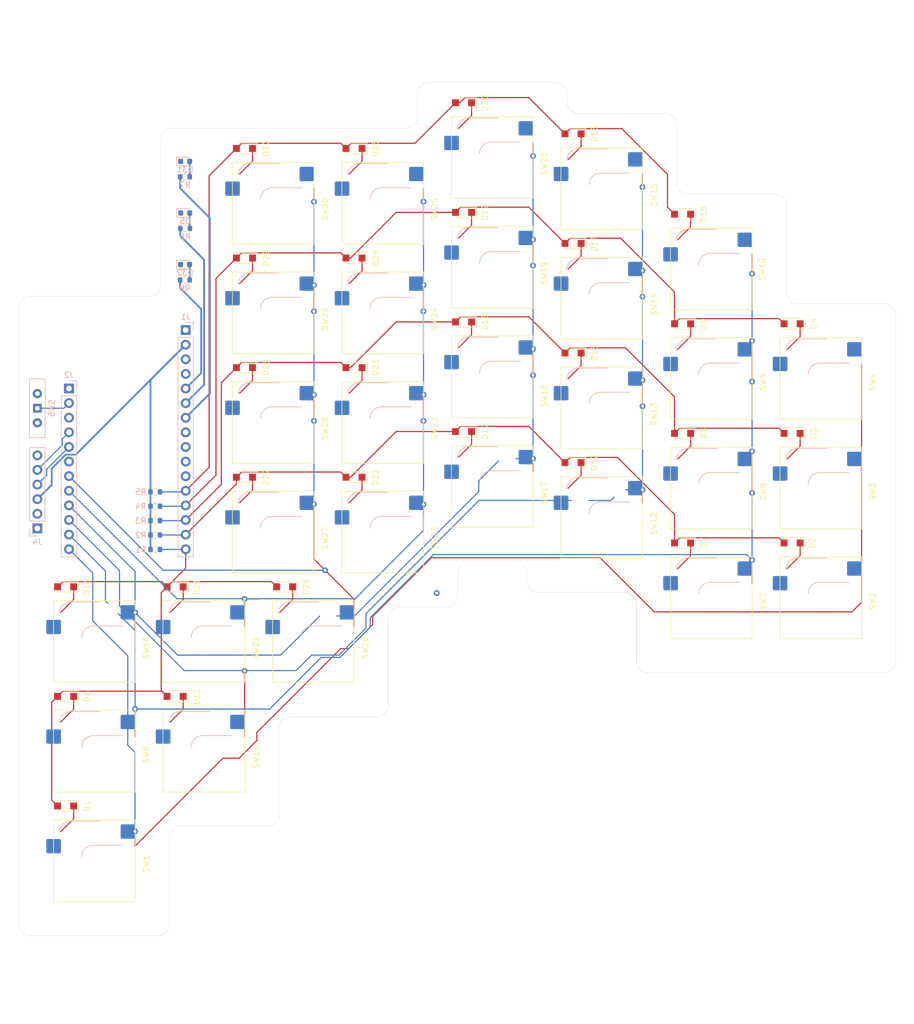
<source format=kicad_pcb>
(kicad_pcb (version 20240108) (generator "pcbnew") (generator_version "8.0")
  (layers (0 "F.Cu" signal) (31 "B.Cu" signal) (34 "B.Paste" user) (35 "F.Paste" user) (36 "B.SilkS" user "B.Silkscreen") (37 "F.SilkS" user "F.Silkscreen") (38 "B.Mask" user) (39 "F.Mask" user) (44 "Edge.Cuts" user))
  (net 0 "")
  (net 1 "/Row_0")
  (net 2 "Net-(D1-K)")
  (net 3 "/Row_1")
  (net 4 "Net-(D2-K)")
  (net 5 "/Row_2")
  (net 6 "Net-(D3-K)")
  (net 7 "/Row_3")
  (net 8 "Net-(D4-K)")
  (net 9 "/Row_4")
  (net 10 "Net-(D6-K)")
  (net 11 "Net-(D7-K)")
  (net 12 "Net-(D8-K)")
  (net 13 "Net-(D9-K)")
  (net 14 "Net-(D10-K)")
  (net 15 "Net-(D11-K)")
  (net 16 "Net-(D12-K)")
  (net 17 "Net-(D13-K)")
  (net 18 "Net-(D14-K)")
  (net 19 "Net-(D15-K)")
  (net 20 "Net-(D16-K)")
  (net 21 "Net-(D17-K)")
  (net 22 "Net-(D18-K)")
  (net 23 "Net-(D19-K)")
  (net 24 "Net-(D20-K)")
  (net 25 "Net-(D21-K)")
  (net 26 "Net-(D22-K)")
  (net 27 "Net-(D23-K)")
  (net 28 "Net-(D24-K)")
  (net 29 "Net-(D25-K)")
  (net 30 "Net-(D26-K)")
  (net 31 "Net-(D27-K)")
  (net 32 "Net-(D28-K)")
  (net 33 "Net-(D29-K)")
  (net 34 "Net-(D30-K)")
  (net 35 "/Col_3")
  (net 36 "/Col_1")
  (net 37 "/Col_5")
  (net 38 "/Col_4")
  (net 39 "/Col_0")
  (net 40 "/Col_2")
  (net 42 "Net-(D5-A)")
  (net 43 "GNDREF")
  (net 44 "Net-(D31-A)")
  (net 45 "+3.3V")
  (net 47 "Net-(D32-A)")
  (net 48 "/RED_LED")
  (net 49 "/GREEN_LED")
  (net 51 "/BLUE_LED")
  (net 54 "/UART_TX")
  (net 56 "/EN")
  (net 57 "/UART_RX")
  (footprint "Diode_SMD:Nexperia_CFP3_SOD-123W" (layer "F.Cu") (at 215.725 112.38 180)
    (property "Reference" "D7")
    (property "Value" "D" (hide yes))
  )
  (footprint "PCM_Switch_Keyboard_Hotswap_Kailh:SW_Hotswap_Kailh_MX_1.00u" (layer "F.Cu") (at 239.775 102.855)
    (property "Reference" "SW3")
    (property "Value" "SW_Push" (hide yes))
  )
  (footprint "Diode_SMD:Nexperia_CFP3_SOD-123W" (layer "F.Cu") (at 177.625 54.9125 180)
    (property "Reference" "D19")
    (property "Value" "D" (hide yes))
  )
  (footprint "PCM_Switch_Keyboard_Hotswap_Kailh:SW_Hotswap_Kailh_MX_1.00u" (layer "F.Cu") (at 144.525 91.425)
    (property "Reference" "SW28")
    (property "Value" "SW_Push" (hide yes))
  )
  (footprint "Diode_SMD:Nexperia_CFP3_SOD-123W" (layer "F.Cu") (at 196.675 41.26 180)
    (property "Reference" "D15")
    (property "Value" "D" (hide yes))
  )
  (footprint "PCM_Switch_Keyboard_Hotswap_Kailh:SW_Hotswap_Kailh_MX_1.00u" (layer "F.Cu") (at 220.725 83.805)
    (property "Reference" "SW9")
    (property "Value" "SW_Push" (hide yes))
  )
  (footprint "Diode_SMD:Nexperia_CFP3_SOD-123W" (layer "F.Cu") (at 177.625 93.0125 180)
    (property "Reference" "D17")
    (property "Value" "D" (hide yes))
  )
  (footprint "Diode_SMD:Nexperia_CFP3_SOD-123W" (layer "F.Cu") (at 158.575 62.85 180)
    (property "Reference" "D24")
    (property "Value" "D" (hide yes))
  )
  (footprint "Diode_SMD:Nexperia_CFP3_SOD-123W" (layer "F.Cu") (at 158.575 43.8 180)
    (property "Reference" "D25")
    (property "Value" "D" (hide yes))
  )
  (footprint "PCM_Switch_Keyboard_Hotswap_Kailh:SW_Hotswap_Kailh_MX_1.00u" (layer "F.Cu") (at 144.525 110.475)
    (property "Reference" "SW27")
    (property "Value" "SW_Push" (hide yes))
  )
  (footprint "PCM_Switch_Keyboard_Hotswap_Kailh:SW_Hotswap_Kailh_MX_1.00u" (layer "F.Cu") (at 151.51 129.525)
    (property "Reference" "SW26")
    (property "Value" "SW_Push" (hide yes))
  )
  (footprint "Diode_SMD:Nexperia_CFP3_SOD-123W" (layer "F.Cu") (at 215.725 74.28 180)
    (property "Reference" "D9")
    (property "Value" "D" (hide yes))
  )
  (footprint "Diode_SMD:Nexperia_CFP3_SOD-123W" (layer "F.Cu") (at 215.725 55.23 180)
    (property "Reference" "D10")
    (property "Value" "D" (hide yes))
  )
  (footprint "Diode_SMD:Nexperia_CFP3_SOD-123W" (layer "F.Cu") (at 196.675 98.41 180)
    (property "Reference" "D12")
    (property "Value" "D" (hide yes))
  )
  (footprint "PCM_Switch_Keyboard_Hotswap_Kailh:SW_Hotswap_Kailh_MX_1.00u" (layer "F.Cu") (at 182.625 83.4875)
    (property "Reference" "SW18")
    (property "Value" "SW_Push" (hide yes))
  )
  (footprint "PCM_Switch_Keyboard_Hotswap_Kailh:SW_Hotswap_Kailh_MX_1.00u" (layer "F.Cu") (at 163.575 110.475)
    (property "Reference" "SW22")
    (property "Value" "SW_Push" (hide yes))
  )
  (footprint "Diode_SMD:Nexperia_CFP3_SOD-123W" (layer "F.Cu") (at 234.775 93.33 180)
    (property "Reference" "D3")
    (property "Value" "D" (hide yes))
  )
  (footprint "PCM_Switch_Keyboard_Hotswap_Kailh:SW_Hotswap_Kailh_MX_1.00u" (layer "F.Cu") (at 201.675 107.935)
    (property "Reference" "SW12")
    (property "Value" "SW_Push" (hide yes))
  )
  (footprint "Diode_SMD:Nexperia_CFP3_SOD-123W" (layer "F.Cu") (at 108.41 120 180)
    (property "Reference" "D16")
    (property "Value" "D" (hide yes))
  )
  (footprint "PCM_Switch_Keyboard_Hotswap_Kailh:SW_Hotswap_Kailh_MX_1.00u" (layer "F.Cu") (at 163.575 72.375)
    (property "Reference" "SW24")
    (property "Value" "SW_Push" (hide yes))
  )
  (footprint "Diode_SMD:Nexperia_CFP3_SOD-123W" (layer "F.Cu") (at 139.525 100.95 180)
    (property "Reference" "D27")
    (property "Value" "D" (hide yes))
  )
  (footprint "PCM_Switch_Keyboard_Hotswap_Kailh:SW_Hotswap_Kailh_MX_1.00u" (layer "F.Cu") (at 201.675 88.885)
    (property "Reference" "SW13")
    (property "Value" "SW_Push" (hide yes))
  )
  (footprint "Diode_SMD:Nexperia_CFP3_SOD-123W" (layer "F.Cu") (at 196.675 79.36 180)
    (property "Reference" "D13")
    (property "Value" "D" (hide yes))
  )
  (footprint "PCM_Switch_Keyboard_Hotswap_Kailh:SW_Hotswap_Kailh_MX_1.00u" (layer "F.Cu") (at 182.625 45.3875)
    (property "Reference" "SW20")
    (property "Value" "SW_Push" (hide yes))
  )
  (footprint "Diode_SMD:Nexperia_CFP3_SOD-123W" (layer "F.Cu") (at 139.525 62.85 180)
    (property "Reference" "D29")
    (property "Value" "D" (hide yes))
  )
  (footprint "PCM_Switch_Keyboard_Hotswap_Kailh:SW_Hotswap_Kailh_MX_1.00u" (layer "F.Cu") (at 144.525 72.375)
    (property "Reference" "SW29")
    (property "Value" "SW_Push" (hide yes))
  )
  (footprint "Diode_SMD:Nexperia_CFP3_SOD-123W" (layer "F.Cu") (at 177.625 35.8625 180)
    (property "Reference" "D20")
    (property "Value" "D" (hide yes))
  )
  (footprint "PCM_Switch_Keyboard_Hotswap_Kailh:SW_Hotswap_Kailh_MX_1.00u" (layer "F.Cu") (at 220.725 64.755)
    (property "Reference" "SW10")
    (property "Value" "SW_Push" (hide yes))
  )
  (footprint "Diode_SMD:Nexperia_CFP3_SOD-123W" (layer "F.Cu") (at 127.46 120 180)
    (property "Reference" "D21")
    (property "Value" "D")
  )
  (footprint "Diode_SMD:Nexperia_CFP3_SOD-123W" (layer "F.Cu") (at 234.775 112.38 180)
    (property "Reference" "D2")
    (property "Value" "D" (hide yes))
  )
  (footprint "PCM_Switch_Keyboard_Hotswap_Kailh:SW_Hotswap_Kailh_MX_1.00u" (layer "F.Cu") (at 239.775 83.805)
    (property "Reference" "SW4")
    (property "Value" "SW_Push" (hide yes))
  )
  (footprint "PCM_Switch_Keyboard_Hotswap_Kailh:SW_Hotswap_Kailh_MX_1.00u" (layer "F.Cu") (at 132.46 148.575)
    (property "Reference" "SW11")
    (property "Value" "SW_Push" (hide yes))
  )
  (footprint "PCM_Switch_Keyboard_Hotswap_Kailh:SW_Hotswap_Kailh_MX_1.00u" (layer "F.Cu") (at 220.725 121.905)
    (property "Reference" "SW7")
    (property "Value" "SW_Push" (hide yes))
  )
  (footprint "PCM_Switch_Keyboard_Hotswap_Kailh:SW_Hotswap_Kailh_MX_1.00u" (layer "F.Cu") (at 239.775 121.905)
    (property "Reference" "SW2")
    (property "Value" "SW_Push" (hide yes))
  )
  (footprint "Diode_SMD:Nexperia_CFP3_SOD-123W" (layer "F.Cu") (at 215.725 93.33 180)
    (property "Reference" "D8")
    (property "Value" "D" (hide yes))
  )
  (footprint "PCM_Switch_Keyboard_Hotswap_Kailh:SW_Hotswap_Kailh_MX_1.00u" (layer "F.Cu") (at 132.46 129.525)
    (property "Reference" "SW21")
    (property "Value" "SW_Push" (hide yes))
  )
  (footprint "PCM_Switch_Keyboard_Hotswap_Kailh:SW_Hotswap_Kailh_MX_1.00u" (layer "F.Cu") (at 182.625 64.4375)
    (property "Reference" "SW19")
    (property "Value" "SW_Push" (hide yes))
  )
  (footprint "Diode_SMD:Nexperia_CFP3_SOD-123W" (layer "F.Cu") (at 146.51 120 180)
    (property "Reference" "D26")
    (property "Value" "D")
  )
  (footprint "PCM_Switch_Keyboard_Hotswap_Kailh:SW_Hotswap_Kailh_MX_1.00u" (layer "F.Cu") (at 163.575 91.425)
    (property "Reference" "SW23")
    (property "Value" "SW_Push" (hide yes))
  )
  (footprint "PCM_Switch_Keyboard_Hotswap_Kailh:SW_Hotswap_Kailh_MX_1.00u" (layer "F.Cu") (at 201.675 69.835)
    (property "Reference" "SW14")
    (property "Value" "SW_Push" (hide yes))
  )
  (footprint "PCM_Switch_Keyboard_Hotswap_Kailh:SW_Hotswap_Kailh_MX_1.00u" (layer "F.Cu") (at 201.675 50.785)
    (property "Reference" "SW15")
    (property "Value" "SW_Push" (hide yes))
  )
  (footprint "PCM_Switch_Keyboard_Hotswap_Kailh:SW_Hotswap_Kailh_MX_1.00u" (layer "F.Cu") (at 113.41 148.575)
    (property "Reference" "SW6")
    (property "Value" "SW_Push" (hide yes))
  )
  (footprint "Diode_SMD:Nexperia_CFP3_SOD-123W" (layer "F.Cu") (at 127.46 139.05 180)
    (property "Reference" "D11")
    (property "Value" "D" (hide yes))
  )
  (footprint "PCM_Switch_Keyboard_Hotswap_Kailh:SW_Hotswap_Kailh_MX_1.00u" (layer "F.Cu") (at 113.41 129.525)
    (property "Reference" "SW16")
    (property "Value" "SW_Push" (hide yes))
  )
  (footprint "PCM_Switch_Keyboard_Hotswap_Kailh:SW_Hotswap_Kailh_MX_1.00u" (layer "F.Cu") (at 163.575 53.325)
    (property "Reference" "SW25")
    (property "Value" "SW_Push" (hide yes))
  )
  (footprint "Diode_SMD:Nexperia_CFP3_SOD-123W" (layer "F.Cu") (at 158.575 100.95 180)
    (property "Reference" "D22")
    (property "Value" "D" (hide yes))
  )
  (footprint "Diode_SMD:Nexperia_CFP3_SOD-123W" (layer "F.Cu") (at 177.625 73.9625 180)
    (property "Reference" "D18")
    (property "Value" "D" (hide yes))
  )
  (footprint "Diode_SMD:Nexperia_CFP3_SOD-123W" (layer "F.Cu") (at 139.525 43.8 180)
    (property "Reference" "D30")
    (property "Value" "D" (hide yes))
  )
  (footprint "Diode_SMD:Nexperia_CFP3_SOD-123W" (layer "F.Cu") (at 196.675 60.31 180)
    (property "Reference" "D14")
    (property "Value" "D" (hide yes))
  )
  (footprint "Diode_SMD:Nexperia_CFP3_SOD-123W" (layer "F.Cu") (at 139.525 81.9 180)
    (property "Reference" "D28")
    (property "Value" "D" (hide yes))
  )
  (footprint "PCM_Switch_Keyboard_Hotswap_Kailh:SW_Hotswap_Kailh_MX_1.00u" (layer "F.Cu") (at 182.625 102.5375)
    (property "Reference" "SW17")
    (property "Value" "SW_Push" (hide yes))
  )
  (footprint "PCM_Switch_Keyboard_Hotswap_Kailh:SW_Hotswap_Kailh_MX_1.00u" (layer "F.Cu") (at 144.525 53.325)
    (property "Reference" "SW30")
    (property "Value" "SW_Push" (hide yes))
  )
  (footprint "Diode_SMD:Nexperia_CFP3_SOD-123W" (layer "F.Cu") (at 108.41 158.1 180)
    (property "Reference" "D1")
    (property "Value" "D" (hide yes))
  )
  (footprint "Diode_SMD:Nexperia_CFP3_SOD-123W" (layer "F.Cu") (at 158.575 81.9 180)
    (property "Reference" "D23")
    (property "Value" "D" (hide yes))
  )
  (footprint "PCM_Switch_Keyboard_Hotswap_Kailh:SW_Hotswap_Kailh_MX_1.00u" (layer "F.Cu") (at 113.41 167.625)
    (property "Reference" "SW1")
    (property "Value" "SW_Push" (hide yes))
  )
  (footprint "Diode_SMD:Nexperia_CFP3_SOD-123W" (layer "F.Cu") (at 234.775 74.28 180)
    (property "Reference" "D4")
    (property "Value" "D" (hide yes))
  )
  (footprint "Diode_SMD:Nexperia_CFP3_SOD-123W" (layer "F.Cu") (at 108.41 139.05 180)
    (property "Reference" "D6")
    (property "Value" "D" (hide yes))
  )
  (footprint "PCM_Switch_Keyboard_Hotswap_Kailh:SW_Hotswap_Kailh_MX_1.00u" (layer "F.Cu") (at 220.725 102.855)
    (property "Reference" "SW8")
    (property "Value" "SW_Push" (hide yes))
  )
  (footprint "MountingHole:MountingHole_2.5mm" (layer "B.Cu") (at 172.5 81.9 180)
    (property "Reference" "H4" (hide yes))
    (property "Value" "MountingHole" (hide yes))
  )
  (footprint "MountingHole:MountingHole_2.5mm" (layer "B.Cu") (at 249.3 131.43 180)
    (property "Reference" "H1" (hide yes))
    (property "Value" "MountingHole" (hide yes))
  )
  (footprint "Resistor_SMD:R_0603_1608Metric" (layer "B.Cu") (at 129.155 66.668)
    (property "Reference" "R8")
    (property "Value" "R_US" (hide yes))
  )
  (footprint "LED_SMD:LED_0603_1608Metric" (layer "B.Cu") (at 129.175 63.984)
    (property "Reference" "D32")
    (property "Value" "LED" (hide yes))
  )
  (footprint "LED_SMD:LED_0603_1608Metric" (layer "B.Cu") (at 129.215 55.016)
    (property "Reference" "D5")
    (property "Value" "LED" (hide yes))
  )
  (footprint "MountingHole:MountingHole_2.5mm" (layer "B.Cu") (at 249.3 74.28 180)
    (property "Reference" "H3" (hide yes))
    (property "Value" "MountingHole" (hide yes))
  )
  (footprint "Resistor_SMD:R_0603_1608Metric" (layer "B.Cu") (at 124 108.5)
    (property "Reference" "R3")
    (property "Value" "R_US" (hide yes))
  )
  (footprint "Connector_PinHeader_2.54mm:PinHeader_1x16_P2.54mm_Vertical" (layer "B.Cu") (at 129.295 75.375 180)
    (property "Reference" "J1")
    (property "Value" "Adafruit_Feather_16_pin" (hide yes))
  )
  (footprint "Resistor_SMD:R_0603_1608Metric" (layer "B.Cu") (at 129.195 57.7)
    (property "Reference" "R6")
    (property "Value" "R_US" (hide yes))
  )
  (footprint "LED_SMD:LED_0603_1608Metric" (layer "B.Cu") (at 129.195 46.048)
    (property "Reference" "D31")
    (property "Value" "LED" (hide yes))
  )
  (footprint "Resistor_SMD:R_0603_1608Metric" (layer "B.Cu") (at 124 106)
    (property "Reference" "R4")
    (property "Value" "R_US" (hide yes))
  )
  (footprint "Button_Switch_THT:SW_Slide-03_Wuerth-WS-SLTV_10x2.5x6.4_P2.54mm" (layer "B.Cu") (at 103.5 88.96 90)
    (property "Reference" "SW5")
    (property "Value" "Power enable" (hide yes))
  )
  (footprint "MountingHole:MountingHole_2.5mm" (layer "B.Cu") (at 134 43.8 180)
    (property "Reference" "H5" (hide yes))
    (property "Value" "MountingHole" (hide yes))
  )
  (footprint "Connector_PinHeader_2.54mm:PinHeader_1x06_P2.54mm_Vertical" (layer "B.Cu") (at 103.5 109.85)
    (property "Reference" "J4")
    (property "Value" "FTDI UART" (hide yes))
  )
  (footprint "MountingHole:MountingHole_2.5mm" (layer "B.Cu") (at 103.885 177.15 180)
    (property "Reference" "H2" (hide yes))
    (property "Value" "MountingHole" (hide yes))
  )
  (footprint "Resistor_SMD:R_0603_1608Metric" (layer "B.Cu") (at 124 111)
    (property "Reference" "R2")
    (property "Value" "R_US" (hide yes))
  )
  (footprint "Connector_PinHeader_2.54mm:PinHeader_1x12_P2.54mm_Vertical" (layer "B.Cu") (at 109 85.525 180)
    (property "Reference" "J2")
    (property "Value" "Adafruit_feather_12_pin" (hide yes))
  )
  (footprint "Resistor_SMD:R_0603_1608Metric" (layer "B.Cu") (at 129.175 48.732)
    (property "Reference" "R7")
    (property "Value" "R_US" (hide yes))
  )
  (footprint "Resistor_SMD:R_0603_1608Metric" (layer "B.Cu") (at 124 113.5)
    (property "Reference" "R1")
    (property "Value" "R_US" (hide yes))
  )
  (footprint "MountingHole:MountingHole_2.5mm" (layer "B.Cu") (at 104 76 180)
    (property "Reference" "H6" (hide yes))
    (property "Value" "MountingHole" (hide yes))
  )
  (footprint "Resistor_SMD:R_0603_1608Metric" (layer "B.Cu") (at 124 103.5)
    (property "Reference" "R5")
    (property "Value" "R_US" (hide yes))
  )
  (gr_arc (start 197.65 37.76) (mid 196.235786 37.174214) (end 195.65 35.76) (stroke (width 0.05)) (layer "Edge.Cuts"))
  (gr_arc (start 164.535 125.5) (mid 165.120786 124.085786) (end 166.535 123.5) (stroke (width 0.05)) (layer "Edge.Cuts"))
  (gr_arc (start 176.6 117.5625) (mid 177.185786 116.148286) (end 178.6 115.5625) (stroke (width 0.05)) (layer "Edge.Cuts"))
  (gr_line (start 174.6 123.5) (end 166.535 123.5) (stroke (width 0.05)) (layer "Edge.Cuts"))
  (gr_line (start 167.6 40.3) (end 127 40.3) (stroke (width 0.05)) (layer "Edge.Cuts"))
  (gr_line (start 145.485 144.55) (end 145.485 159.6) (stroke (width 0.05)) (layer "Edge.Cuts"))
  (gr_line (start 193.65 32.3625) (end 171.6 32.3625) (stroke (width 0.05)) (layer "Edge.Cuts"))
  (gr_arc (start 231.75 51.73) (mid 233.164214 52.315786) (end 233.75 53.73) (stroke (width 0.05)) (layer "Edge.Cuts"))
  (gr_arc (start 205.7 120.96) (mid 207.114214 121.545786) (end 207.7 122.96) (stroke (width 0.1)) (layer "Edge.Cuts"))
  (gr_line (start 250.8 134.93) (end 209.7 134.93) (stroke (width 0.05)) (layer "Edge.Cuts"))
  (gr_arc (start 209.7 134.93) (mid 208.285786 134.344214) (end 207.7 132.93) (stroke (width 0.05)) (layer "Edge.Cuts"))
  (gr_arc (start 193.65 32.3625) (mid 195.064214 32.948286) (end 195.65 34.3625) (stroke (width 0.05)) (layer "Edge.Cuts"))
  (gr_arc (start 126.435 163.6) (mid 127.020786 162.185786) (end 128.435 161.6) (stroke (width 0.05)) (layer "Edge.Cuts"))
  (gr_line (start 176.6 117.5625) (end 176.6 121.5) (stroke (width 0.05)) (layer "Edge.Cuts"))
  (gr_arc (start 252.8 132.93) (mid 252.214214 134.344214) (end 250.8 134.93) (stroke (width 0.05)) (layer "Edge.Cuts"))
  (gr_line (start 207.7 122.96) (end 207.7 132.93) (stroke (width 0.1)) (layer "Edge.Cuts"))
  (gr_arc (start 169.6 38.3) (mid 169.014214 39.714214) (end 167.6 40.3) (stroke (width 0.05)) (layer "Edge.Cuts"))
  (gr_arc (start 250.8 70.78) (mid 252.214214 71.365786) (end 252.8 72.78) (stroke (width 0.05)) (layer "Edge.Cuts"))
  (gr_line (start 235.75 70.78) (end 250.8 70.78) (stroke (width 0.05)) (layer "Edge.Cuts"))
  (gr_line (start 124.435 180.65) (end 102.385 180.65) (stroke (width 0.05)) (layer "Edge.Cuts"))
  (gr_line (start 195.65 34.3625) (end 195.65 35.76) (stroke (width 0.05)) (layer "Edge.Cuts"))
  (gr_arc (start 145.485 144.55) (mid 146.070786 143.135786) (end 147.485 142.55) (stroke (width 0.05)) (layer "Edge.Cuts"))
  (gr_line (start 123 69.5) (end 102.385 69.5) (stroke (width 0.05)) (layer "Edge.Cuts"))
  (gr_arc (start 100.385 71.5) (mid 100.970786 70.085786) (end 102.385 69.5) (stroke (width 0.05)) (layer "Edge.Cuts"))
  (gr_arc (start 190.65 120.96) (mid 189.235786 120.374214) (end 188.65 118.96) (stroke (width 0.05)) (layer "Edge.Cuts"))
  (gr_line (start 233.75 53.73) (end 233.75 68.78) (stroke (width 0.05)) (layer "Edge.Cuts"))
  (gr_line (start 214.7 39.76) (end 214.7 49.73) (stroke (width 0.05)) (layer "Edge.Cuts"))
  (gr_arc (start 125 42.3) (mid 125.585786 40.885786) (end 127 40.3) (stroke (width 0.05)) (layer "Edge.Cuts"))
  (gr_arc (start 164.535 140.55) (mid 163.949214 141.964214) (end 162.535 142.55) (stroke (width 0.05)) (layer "Edge.Cuts"))
  (gr_line (start 197.65 37.76) (end 212.7 37.76) (stroke (width 0.05)) (layer "Edge.Cuts"))
  (gr_arc (start 216.7 51.73) (mid 215.285786 51.144214) (end 214.7 49.73) (stroke (width 0.05)) (layer "Edge.Cuts"))
  (gr_arc (start 145.485 159.6) (mid 144.899214 161.014214) (end 143.485 161.6) (stroke (width 0.05)) (layer "Edge.Cuts"))
  (gr_line (start 126.435 163.6) (end 126.435 178.65) (stroke (width 0.05)) (layer "Edge.Cuts"))
  (gr_arc (start 235.75 70.78) (mid 234.335786 70.194214) (end 233.75 68.78) (stroke (width 0.05)) (layer "Edge.Cuts"))
  (gr_arc (start 102.385 180.65) (mid 100.970786 180.064214) (end 100.385 178.65) (stroke (width 0.05)) (layer "Edge.Cuts"))
  (gr_arc (start 125 67.5) (mid 124.414214 68.914214) (end 123 69.5) (stroke (width 0.05)) (layer "Edge.Cuts"))
  (gr_line (start 125 42.3) (end 125 67.5) (stroke (width 0.05)) (layer "Edge.Cuts"))
  (gr_arc (start 169.6 34.3625) (mid 170.185786 32.948286) (end 171.6 32.3625) (stroke (width 0.05)) (layer "Edge.Cuts"))
  (gr_line (start 188.65 118.96) (end 188.65 117.5625) (stroke (width 0.05)) (layer "Edge.Cuts"))
  (gr_line (start 252.8 72.78) (end 252.8 132.93) (stroke (width 0.05)) (layer "Edge.Cuts"))
  (gr_arc (start 212.7 37.76) (mid 214.114214 38.345786) (end 214.7 39.76) (stroke (width 0.05)) (layer "Edge.Cuts"))
  (gr_line (start 169.6 38.3) (end 169.6 34.3625) (stroke (width 0.05)) (layer "Edge.Cuts"))
  (gr_line (start 162.535 142.55) (end 147.485 142.55) (stroke (width 0.05)) (layer "Edge.Cuts"))
  (gr_line (start 143.485 161.6) (end 128.435 161.6) (stroke (width 0.05)) (layer "Edge.Cuts"))
  (gr_line (start 186.65 115.5625) (end 178.6 115.5625) (stroke (width 0.05)) (layer "Edge.Cuts"))
  (gr_arc (start 176.6 121.5) (mid 176.014214 122.914214) (end 174.6 123.5) (stroke (width 0.05)) (layer "Edge.Cuts"))
  (gr_line (start 164.535 125.5) (end 164.535 140.55) (stroke (width 0.05)) (layer "Edge.Cuts"))
  (gr_arc (start 186.65 115.5625) (mid 188.064214 116.148286) (end 188.65 117.5625) (stroke (width 0.05)) (layer "Edge.Cuts"))
  (gr_line (start 205.7 120.96) (end 190.65 120.96) (stroke (width 0.05)) (layer "Edge.Cuts"))
  (gr_line (start 216.7 51.73) (end 231.75 51.73) (stroke (width 0.05)) (layer "Edge.Cuts"))
  (gr_arc (start 126.435 178.65) (mid 125.849214 180.064214) (end 124.435 180.65) (stroke (width 0.05)) (layer "Edge.Cuts"))
  (gr_line (start 100.385 71.5) (end 100.385 178.65) (stroke (width 0.05)) (layer "Edge.Cuts"))
  (segment (start 107.01 139.05) (end 105.993 140.067) (width 0.2) (layer "F.Cu") (net 1))
  (segment (start 126.06 120) (end 126.96 119.1) (width 0.2) (layer "F.Cu") (net 1))
  (segment (start 107.91 138.15) (end 107.01 139.05) (width 0.2) (layer "F.Cu") (net 1))
  (segment (start 125.043 138.033) (end 126.06 139.05) (width 0.2) (layer "F.Cu") (net 1))
  (segment (start 105.993 157.083) (end 107.01 158.1) (width 0.2) (layer "F.Cu") (net 1))
  (segment (start 125.16 119.1) (end 107.91 119.1) (width 0.2) (layer "F.Cu") (net 1))
  (segment (start 125.043 121.017) (end 125.043 138.033) (width 0.2) (layer "F.Cu") (net 1))
  (segment (start 129.295 116.765) (end 126.06 120) (width 0.2) (layer "F.Cu") (net 1))
  (segment (start 144.21 119.1) (end 145.11 120) (width 0.2) (layer "F.Cu") (net 1))
  (segment (start 126.96 119.1) (end 144.21 119.1) (width 0.2) (layer "F.Cu") (net 1))
  (segment (start 105.993 140.067) (end 105.993 157.083) (width 0.2) (layer "F.Cu") (net 1))
  (segment (start 126.06 120) (end 125.16 119.1) (width 0.2) (layer "F.Cu") (net 1))
  (segment (start 126.06 120) (end 125.043 121.017) (width 0.2) (layer "F.Cu") (net 1))
  (segment (start 126.06 139.05) (end 125.16 138.15) (width 0.2) (layer "F.Cu") (net 1))
  (segment (start 125.16 138.15) (end 107.91 138.15) (width 0.2) (layer "F.Cu") (net 1))
  (segment (start 129.295 113.475) (end 129.295 116.765) (width 0.2) (layer "F.Cu") (net 1))
  (segment (start 107.91 119.1) (end 107.01 120) (width 0.2) (layer "F.Cu") (net 1))
  (segment (start 124.825 113.5) (end 129.27 113.5) (width 0.2) (layer "B.Cu") (net 1))
  (segment (start 129.27 113.5) (end 129.295 113.475) (width 0.2) (layer "B.Cu") (net 1))
  (segment (start 109.81 160.303) (end 107.568 162.545) (width 0.2) (layer "F.Cu") (net 2))
  (segment (start 109.81 158.1) (end 109.81 160.303) (width 0.2) (layer "F.Cu") (net 2))
  (segment (start 165.9125 93.0125) (end 176.225 93.0125) (width 0.2) (layer "F.Cu") (net 3))
  (segment (start 195.275 98.41) (end 196.175 97.51) (width 0.2) (layer "F.Cu") (net 3))
  (segment (start 214.325 112.38) (end 215.225 111.48) (width 0.2) (layer "F.Cu") (net 3))
  (segment (start 157.175 100.95) (end 157.975 100.95) (width 0.2) (layer "F.Cu") (net 3))
  (segment (start 188.9775 92.1125) (end 195.275 98.41) (width 0.2) (layer "F.Cu") (net 3))
  (segment (start 204.41 97.51) (end 214.325 107.425) (width 0.2) (layer "F.Cu") (net 3))
  (segment (start 215.225 111.48) (end 232.475 111.48) (width 0.2) (layer "F.Cu") (net 3))
  (segment (start 138.125 102.105) (end 138.125 100.95) (width 0.2) (layer "F.Cu") (net 3))
  (segment (start 139.025 100.05) (end 156.275 100.05) (width 0.2) (layer "F.Cu") (net 3))
  (segment (start 196.175 97.51) (end 204.41 97.51) (width 0.2) (layer "F.Cu") (net 3))
  (segment (start 176.225 93.0125) (end 177.125 92.1125) (width 0.2) (layer "F.Cu") (net 3))
  (segment (start 157.975 100.95) (end 165.9125 93.0125) (width 0.2) (layer "F.Cu") (net 3))
  (segment (start 129.295 110.935) (end 138.125 102.105) (width 0.2) (layer "F.Cu") (net 3))
  (segment (start 138.125 100.95) (end 139.025 100.05) (width 0.2) (layer "F.Cu") (net 3))
  (segment (start 214.325 107.425) (end 214.325 112.38) (width 0.2) (layer "F.Cu") (net 3))
  (segment (start 156.275 100.05) (end 157.175 100.95) (width 0.2) (layer "F.Cu") (net 3))
  (segment (start 232.475 111.48) (end 233.375 112.38) (width 0.2) (layer "F.Cu") (net 3))
  (segment (start 177.125 92.1125) (end 188.9775 92.1125) (width 0.2) (layer "F.Cu") (net 3))
  (segment (start 124.825 111) (end 129.23 111) (width 0.2) (layer "B.Cu") (net 3))
  (segment (start 129.23 111) (end 129.295 110.935) (width 0.2) (layer "B.Cu") (net 3))
  (segment (start 236.175 114.583) (end 233.933 116.825) (width 0.2) (layer "F.Cu") (net 4))
  (segment (start 236.175 112.38) (end 236.175 114.583) (width 0.2) (layer "F.Cu") (net 4))
  (segment (start 129.295 108.395) (end 135.499257 102.190743) (width 0.2) (layer "F.Cu") (net 5))
  (segment (start 157.975 81.9) (end 165.9125 73.9625) (width 0.2) (layer "F.Cu") (net 5))
  (segment (start 165.9125 73.9625) (end 176.225 73.9625) (width 0.2) (layer "F.Cu") (net 5))
  (segment (start 156.275 81) (end 157.175 81.9) (width 0.2) (layer "F.Cu") (net 5))
  (segment (start 135.499257 84.525743) (end 138.125 81.9) (width 0.2) (layer "F.Cu") (net 5))
  (segment (start 196.175 78.46) (end 205.81 78.46) (width 0.2) (layer "F.Cu") (net 5))
  (segment (start 176.225 73.9625) (end 177.125 73.0625) (width 0.2) (layer "F.Cu") (net 5))
  (segment (start 177.125 73.0625) (end 188.9775 73.0625) (width 0.2) (layer "F.Cu") (net 5))
  (segment (start 135.499257 102.190743) (end 135.499257 84.525743) (width 0.2) (layer "F.Cu") (net 5))
  (segment (start 232.475 92.43) (end 233.375 93.33) (width 0.2) (layer "F.Cu") (net 5))
  (segment (start 188.9775 73.0625) (end 195.275 79.36) (width 0.2) (layer "F.Cu") (net 5))
  (segment (start 157.175 81.9) (end 157.975 81.9) (width 0.2) (layer "F.Cu") (net 5))
  (segment (start 215.225 92.43) (end 232.475 92.43) (width 0.2) (layer "F.Cu") (net 5))
  (segment (start 139.025 81) (end 156.275 81) (width 0.2) (layer "F.Cu") (net 5))
  (segment (start 195.275 79.36) (end 196.175 78.46) (width 0.2) (layer "F.Cu") (net 5))
  (segment (start 214.325 86.975) (end 214.325 93.33) (width 0.2) (layer "F.Cu") (net 5))
  (segment (start 214.325 93.33) (end 215.225 92.43) (width 0.2) (layer "F.Cu") (net 5))
  (segment (start 205.81 78.46) (end 214.325 86.975) (width 0.2) (layer "F.Cu") (net 5))
  (segment (start 138.125 81.9) (end 139.025 81) (width 0.2) (layer "F.Cu") (net 5))
  (segment (start 129.19 108.5) (end 129.295 108.395) (width 0.2) (layer "B.Cu") (net 5))
  (segment (start 127.160548 108.5) (end 129.19 108.5) (width 0.2) (layer "B.Cu") (net 5))
  (segment (start 124.825 108.5) (end 127.160548 108.5) (width 0.2) (layer "B.Cu") (net 5))
  (segment (start 236.175 93.33) (end 236.175 95.533) (width 0.2) (layer "F.Cu") (net 6))
  (segment (start 236.175 95.533) (end 233.933 97.775) (width 0.2) (layer "F.Cu") (net 6))
  (segment (start 177.125 54.0125) (end 188.9775 54.0125) (width 0.2) (layer "F.Cu") (net 7))
  (segment (start 188.9775 54.0125) (end 195.275 60.31) (width 0.2) (layer "F.Cu") (net 7))
  (segment (start 232.475 73.38) (end 233.375 74.28) (width 0.2) (layer "F.Cu") (net 7))
  (segment (start 165.9125 54.9125) (end 176.225 54.9125) (width 0.2) (layer "F.Cu") (net 7))
  (segment (start 156.275 61.95) (end 157.175 62.85) (width 0.2) (layer "F.Cu") (net 7))
  (segment (start 129.295 105.855) (end 134.565835 100.584165) (width 0.2) (layer "F.Cu") (net 7))
  (segment (start 214.325 74.28) (end 215.225 73.38) (width 0.2) (layer "F.Cu") (net 7))
  (segment (start 157.975 62.85) (end 165.9125 54.9125) (width 0.2) (layer "F.Cu") (net 7))
  (segment (start 138.125 62.85) (end 139.025 61.95) (width 0.2) (layer "F.Cu") (net 7))
  (segment (start 134.565835 100.584165) (end 134.565835 66.409165) (width 0.2) (layer "F.Cu") (net 7))
  (segment (start 139.025 61.95) (end 156.275 61.95) (width 0.2) (layer "F.Cu") (net 7))
  (segment (start 195.275 60.31) (end 196.175 59.41) (width 0.2) (layer "F.Cu") (net 7))
  (segment (start 134.565835 66.409165) (end 138.125 62.85) (width 0.2) (layer "F.Cu") (net 7))
  (segment (start 215.225 73.38) (end 232.475 73.38) (width 0.2) (layer "F.Cu") (net 7))
  (segment (start 204.96 59.41) (end 214.325 68.775) (width 0.2) (layer "F.Cu") (net 7))
  (segment (start 176.225 54.9125) (end 177.125 54.0125) (width 0.2) (layer "F.Cu") (net 7))
  (segment (start 157.175 62.85) (end 157.975 62.85) (width 0.2) (layer "F.Cu") (net 7))
  (segment (start 196.175 59.41) (end 204.96 59.41) (width 0.2) (layer "F.Cu") (net 7))
  (segment (start 214.325 68.775) (end 214.325 74.28) (width 0.2) (layer "F.Cu") (net 7))
  (segment (start 129.15 106) (end 129.295 105.855) (width 0.2) (layer "B.Cu") (net 7))
  (segment (start 124.825 106) (end 129.15 106) (width 0.2) (layer "B.Cu") (net 7))
  (segment (start 236.175 76.483) (end 233.933 78.725) (width 0.2) (layer "F.Cu") (net 8))
  (segment (start 236.175 74.28) (end 236.175 76.483) (width 0.2) (layer "F.Cu") (net 8))
  (segment (start 156.275 42.9) (end 157.175 43.8) (width 0.2) (layer "F.Cu") (net 9))
  (segment (start 133.375675 48.549325) (end 138.125 43.8) (width 0.2) (layer "F.Cu") (net 9))
  (segment (start 157.175 43.8) (end 158.075 42.9) (width 0.2) (layer "F.Cu") (net 9))
  (segment (start 169.1875 42.9) (end 176.225 35.8625) (width 0.2) (layer "F.Cu") (net 9))
  (segment (start 177.889812 34.9625) (end 188.9775 34.9625) (width 0.2) (layer "F.Cu") (net 9))
  (segment (start 205.16 40.36) (end 213.109252 48.309252) (width 0.2) (layer "F.Cu") (net 9))
  (segment (start 158.075 42.9) (end 169.1875 42.9) (width 0.2) (layer "F.Cu") (net 9))
  (segment (start 176.989812 35.8625) (end 177.889812 34.9625) (width 0.2) (layer "F.Cu") (net 9))
  (segment (start 195.275 41.26) (end 196.175 40.36) (width 0.2) (layer "F.Cu") (net 9))
  (segment (start 213.109252 54.014252) (end 214.325 55.23) (width 0.2) (layer "F.Cu") (net 9))
  (segment (start 133.375675 99.234325) (end 133.375675 48.549325) (width 0.2) (layer "F.Cu") (net 9))
  (segment (start 139.025 42.9) (end 156.275 42.9) (width 0.2) (layer "F.Cu") (net 9))
  (segment (start 196.175 40.36) (end 205.16 40.36) (width 0.2) (layer "F.Cu") (net 9))
  (segment (start 213.109252 48.309252) (end 213.109252 54.014252) (width 0.2) (layer "F.Cu") (net 9))
  (segment (start 176.225 35.8625) (end 176.989812 35.8625) (width 0.2) (layer "F.Cu") (net 9))
  (segment (start 138.125 43.8) (end 139.025 42.9) (width 0.2) (layer "F.Cu") (net 9))
  (segment (start 188.9775 34.9625) (end 195.275 41.26) (width 0.2) (layer "F.Cu") (net 9))
  (segment (start 129.295 103.315) (end 133.375675 99.234325) (width 0.2) (layer "F.Cu") (net 9))
  (segment (start 124.825 103.5) (end 129.11 103.5) (width 0.2) (layer "B.Cu") (net 9))
  (segment (start 129.11 103.5) (end 129.295 103.315) (width 0.2) (layer "B.Cu") (net 9))
  (segment (start 109.81 141.253) (end 107.568 143.495) (width 0.2) (layer "F.Cu") (net 10))
  (segment (start 109.81 139.05) (end 109.81 141.253) (width 0.2) (layer "F.Cu") (net 10))
  (segment (start 217.125 112.38) (end 217.125 114.583) (width 0.2) (layer "F.Cu") (net 11))
  (segment (start 217.125 114.583) (end 214.883 116.825) (width 0.2) (layer "F.Cu") (net 11))
  (segment (start 217.125 95.533) (end 214.883 97.775) (width 0.2) (layer "F.Cu") (net 12))
  (segment (start 217.125 93.33) (end 217.125 95.533) (width 0.2) (layer "F.Cu") (net 12))
  (segment (start 217.125 74.28) (end 217.125 76.483) (width 0.2) (layer "F.Cu") (net 13))
  (segment (start 217.125 76.483) (end 214.883 78.725) (width 0.2) (layer "F.Cu") (net 13))
  (segment (start 217.125 57.433) (end 214.883 59.675) (width 0.2) (layer "F.Cu") (net 14))
  (segment (start 217.125 55.23) (end 217.125 57.433) (width 0.2) (layer "F.Cu") (net 14))
  (segment (start 128.86 139.05) (end 128.86 141.253) (width 0.2) (layer "F.Cu") (net 15))
  (segment (start 128.86 141.253) (end 126.618 143.495) (width 0.2) (layer "F.Cu") (net 15))
  (segment (start 198.075 100.613) (end 195.833 102.855) (width 0.2) (layer "F.Cu") (net 16))
  (segment (start 198.075 98.41) (end 198.075 100.613) (width 0.2) (layer "F.Cu") (net 16))
  (segment (start 198.075 81.563) (end 195.833 83.805) (width 0.2) (layer "F.Cu") (net 17))
  (segment (start 198.075 79.36) (end 198.075 81.563) (width 0.2) (layer "F.Cu") (net 17))
  (segment (start 198.075 60.31) (end 198.075 62.513) (width 0.2) (layer "F.Cu") (net 18))
  (segment (start 198.075 62.513) (end 195.833 64.755) (width 0.2) (layer "F.Cu") (net 18))
  (segment (start 198.075 41.26) (end 198.075 43.463) (width 0.2) (layer "F.Cu") (net 19))
  (segment (start 198.075 43.463) (end 195.833 45.705) (width 0.2) (layer "F.Cu") (net 19))
  (segment (start 109.81 120) (end 109.81 122.203) (width 0.2) (layer "F.Cu") (net 20))
  (segment (start 109.81 122.203) (end 107.568 124.445) (width 0.2) (layer "F.Cu") (net 20))
  (segment (start 179.025 93.0125) (end 179.025 95.2155) (width 0.2) (layer "F.Cu") (net 21))
  (segment (start 179.025 95.2155) (end 176.783 97.4575) (width 0.2) (layer "F.Cu") (net 21))
  (segment (start 179.025 76.1655) (end 176.783 78.4075) (width 0.2) (layer "F.Cu") (net 22))
  (segment (start 179.025 73.9625) (end 179.025 76.1655) (width 0.2) (layer "F.Cu") (net 22))
  (segment (start 179.025 57.1155) (end 176.783 59.3575) (width 0.2) (layer "F.Cu") (net 23))
  (segment (start 179.025 54.9125) (end 179.025 57.1155) (width 0.2) (layer "F.Cu") (net 23))
  (segment (start 179.025 35.8625) (end 179.025 38.0655) (width 0.2) (layer "F.Cu") (net 24))
  (segment (start 179.025 38.0655) (end 176.783 40.3075) (width 0.2) (layer "F.Cu") (net 24))
  (segment (start 128.86 120) (end 128.86 122.203) (width 0.2) (layer "F.Cu") (net 25))
  (segment (start 128.86 122.203) (end 126.618 124.445) (width 0.2) (layer "F.Cu") (net 25))
  (segment (start 159.975 100.95) (end 159.975 103.153) (width 0.2) (layer "F.Cu") (net 26))
  (segment (start 159.975 103.153) (end 157.733 105.395) (width 0.2) (layer "F.Cu") (net 26))
  (segment (start 159.975 81.9) (end 159.975 84.103) (width 0.2) (layer "F.Cu") (net 27))
  (segment (start 159.975 84.103) (end 157.733 86.345) (width 0.2) (layer "F.Cu") (net 27))
  (segment (start 159.975 62.85) (end 159.975 65.053) (width 0.2) (layer "F.Cu") (net 28))
  (segment (start 159.975 65.053) (end 157.733 67.295) (width 0.2) (layer "F.Cu") (net 28))
  (segment (start 159.975 43.8) (end 159.975 46.003) (width 0.2) (layer "F.Cu") (net 29))
  (segment (start 159.975 46.003) (end 157.733 48.245) (width 0.2) (layer "F.Cu") (net 29))
  (segment (start 147.91 120) (end 147.91 122.203) (width 0.2) (layer "F.Cu") (net 30))
  (segment (start 147.91 122.203) (end 145.668 124.445) (width 0.2) (layer "F.Cu") (net 30))
  (segment (start 140.925 100.95) (end 140.925 103.153) (width 0.2) (layer "F.Cu") (net 31))
  (segment (start 140.925 103.153) (end 138.683 105.395) (width 0.2) (layer "F.Cu") (net 31))
  (segment (start 140.925 84.103) (end 138.683 86.345) (width 0.2) (layer "F.Cu") (net 32))
  (segment (start 140.925 81.9) (end 140.925 84.103) (width 0.2) (layer "F.Cu") (net 32))
  (segment (start 140.925 65.053) (end 138.683 67.295) (width 0.2) (layer "F.Cu") (net 33))
  (segment (start 140.925 62.85) (end 140.925 65.053) (width 0.2) (layer "F.Cu") (net 33))
  (segment (start 140.925 43.8) (end 140.925 46.003) (width 0.2) (layer "F.Cu") (net 34))
  (segment (start 140.925 46.003) (end 138.683 48.245) (width 0.2) (layer "F.Cu") (net 34))
  (segment (start 189.71 59.630374) (end 189.708174 59.628548) (width 0.2) (layer "F.Cu") (net 35))
  (segment (start 189.71 78.680374) (end 189.708174 78.678548) (width 0.2) (layer "F.Cu") (net 35))
  (segment (start 120.495 126.985) (end 120.495 127.215973) (width 0.2) (layer "F.Cu") (net 35))
  (segment (start 120.495 126.985) (end 120.495 124.477544) (width 0.2) (layer "F.Cu") (net 35))
  (segment (start 189.71 97.730374) (end 189.708174 97.728548) (width 0.2) (layer "F.Cu") (net 35))
  (segment (start 189.71 61.8975) (end 189.71 64.164626) (width 0.2) (layer "F.Cu") (net 35))
  (segment (start 189.71 42.8475) (end 189.71 45.114626) (width 0.2) (layer "F.Cu") (net 35))
  (segment (start 189.71 61.8975) (end 189.71 59.630374) (width 0.2) (layer "F.Cu") (net 35))
  (segment (start 189.71 99.9975) (end 189.71 97.730374) (width 0.2) (layer "F.Cu") (net 35))
  (segment (start 189.71 80.9475) (end 189.71 78.680374) (width 0.2) (layer "F.Cu") (net 35))
  (segment (start 189.71 80.9475) (end 189.71 83.214626) (width 0.2) (layer "F.Cu") (net 35))
  (segment (start 120.495 127.215973) (end 120.43826 127.272713) (width 0.2) (layer "F.Cu") (net 35))
  (via (at 120.495 124.477544) (size 1) (drill 0.5) (layers "F.Cu" "B.Cu") (net 35))
  (via (at 189.711826 83.216452) (size 1) (drill 0.5) (layers "F.Cu" "B.Cu") (net 35))
  (via (at 189.708174 78.678548) (size 1) (drill 0.5) (layers "F.Cu" "B.Cu") (net 35))
  (via (at 189.708174 59.628548) (size 1) (drill 0.5) (layers "F.Cu" "B.Cu") (net 35))
  (via (at 189.711826 45.116452) (size 1) (drill 0.5) (layers "F.Cu" "B.Cu") (net 35))
  (via (at 189.711826 64.166452) (size 1) (drill 0.5) (layers "F.Cu" "B.Cu") (net 35))
  (via (at 189.708174 97.728548) (size 1) (drill 0.5) (layers "F.Cu" "B.Cu") (net 35))
  (segment (start 189.711826 78.674896) (end 189.708174 78.678548) (width 0.2) (layer "B.Cu") (net 35))
  (segment (start 189.711826 97.724896) (end 189.708174 97.728548) (width 0.2) (layer "B.Cu") (net 35))
  (segment (start 189.711826 83.216452) (end 189.711826 97.724896) (width 0.2) (layer "B.Cu") (net 35))
  (segment (start 120.495 124.477544) (end 127.892456 131.875) (width 0.2) (layer "B.Cu") (net 35))
  (segment (start 180.275 103.452111) (end 180.275 101.564098) (width 0.2) (layer "B.Cu") (net 35))
  (segment (start 120.495 117.34) (end 120.495 124.477544) (width 0.2) (layer "B.Cu") (net 35))
  (segment (start 145.812412 131.875) (end 152.609868 125.077544) (width 0.2) (layer "B.Cu") (net 35))
  (segment (start 184.11055 97.728548) (end 189.708174 97.728548) (width 0.2) (layer "B.Cu") (net 35))
  (segment (start 152.609868 125.077544) (end 158.649567 125.077544) (width 0.2) (layer "B.Cu") (net 35))
  (segment (start 189.711826 59.624896) (end 189.708174 59.628548) (width 0.2) (layer "B.Cu") (net 35))
  (segment (start 109 105.845) (end 120.495 117.34) (width 0.2) (layer "B.Cu") (net 35))
  (segment (start 189.711826 64.166452) (end 189.711826 78.674896) (width 0.2) (layer "B.Cu") (net 35))
  (segment (start 158.649567 125.077544) (end 180.275 103.452111) (width 0.2) (layer "B.Cu") (net 35))
  (segment (start 127.892456 131.875) (end 145.812412 131.875) (width 0.2) (layer "B.Cu") (net 35))
  (segment (start 180.275 101.564098) (end 184.11055 97.728548) (width 0.2) (layer "B.Cu") (net 35))
  (segment (start 189.711826 45.116452) (end 189.711826 59.624896) (width 0.2) (layer "B.Cu") (net 35))
  (segment (start 227.81 84.344583) (end 227.810001 84.344584) (width 0.2) (layer "F.Cu") (net 36))
  (segment (start 227.81 119.365) (end 227.81 115.343641) (width 0.2) (layer "F.Cu") (net 36))
  (segment (start 227.81 81.265) (end 227.81 84.344583) (width 0.2) (layer "F.Cu") (net 36))
  (segment (start 227.81 65.544162) (end 227.784274 65.569888) (width 0.2) (layer "F.Cu") (net 36))
  (segment (start 120.495 146.035) (end 120.495 141.238841) (width 0.2) (layer "F.Cu") (net 36))
  (segment (start 227.784274 65.569888) (end 227.795628 65.581242) (width 0.2) (layer "F.Cu") (net 36))
  (segment (start 227.81 62.215) (end 227.81 65.544162) (width 0.2) (layer "F.Cu") (net 36))
  (segment (start 227.81 100.315) (end 227.81 103.644162) (width 0.2) (layer "F.Cu") (net 36))
  (segment (start 227.81 96.452021) (end 227.810001 96.45202) (width 0.2) (layer "F.Cu") (net 36))
  (segment (start 227.81 103.644162) (end 227.784274 103.669888) (width 0.2) (layer "F.Cu") (net 36))
  (segment (start 227.81 81.265) (end 227.81 77.243641) (width 0.2) (layer "F.Cu") (net 36))
  (segment (start 227.784274 103.669888) (end 227.795628 103.681242) (width 0.2) (layer "F.Cu") (net 36))
  (segment (start 227.81 100.315) (end 227.81 96.452021) (width 0.2) (layer "F.Cu") (net 36))
  (via (at 227.81 115.343641) (size 1) (drill 0.5) (layers "F.Cu" "B.Cu") (net 36))
  (via (at 120.495 141.238841) (size 1) (drill 0.5) (layers "F.Cu" "B.Cu") (net 36))
  (via (at 227.81 103.669888) (size 1) (drill 0.5) (layers "F.Cu" "B.Cu") (net 36))
  (via (at 227.810001 96.45202) (size 1) (drill 0.5) (layers "F.Cu" "B.Cu") (net 36))
  (via (at 227.81 65.569888) (size 1) (drill 0.5) (layers "F.Cu" "B.Cu") (net 36))
  (via (at 227.810001 84.344584) (size 1) (drill 0.5) (layers "F.Cu" "B.Cu") (net 36))
  (via (at 227.81 77.243641) (size 1) (drill 0.5) (layers "F.Cu" "B.Cu") (net 36))
  (segment (start 120.495 141.238841) (end 122.768795 141.238841) (width 0.2) (layer "B.Cu") (net 36))
  (segment (start 122.768795 141.238841) (end 122.776249 141.246295) (width 0.2) (layer "B.Cu") (net 36))
  (segment (start 120.495 127.60835) (end 115.333887 122.447237) (width 0.2) (layer "B.Cu") (net 36))
  (segment (start 122.776249 141.246295) (end 143.903283 141.246295) (width 0.2) (layer "B.Cu") (net 36))
  (segment (start 161.396349 125.37979) (end 172.374727 114.401412) (width 0.2) (layer "B.Cu") (net 36))
  (segment (start 172.374727 114.401412) (end 226.867771 114.401412) (width 0.2) (layer "B.Cu") (net 36))
  (segment (start 152.874578 132.275) (end 156.138098 132.275) (width 0.2) (layer "B.Cu") (net 36))
  (segment (start 115.333887 117.258887) (end 109 110.925) (width 0.2) (layer "B.Cu") (net 36))
  (segment (start 227.810001 96.45202) (end 227.810001 84.344584) (width 0.2) (layer "B.Cu") (net 36))
  (segment (start 156.138098 132.275) (end 161.396349 127.016749) (width 0.2) (layer "B.Cu") (net 36))
  (segment (start 120.495 141.238841) (end 120.495 127.60835) (width 0.2) (layer "B.Cu") (net 36))
  (segment (start 115.333887 122.447237) (end 115.333887 117.258887) (width 0.2) (layer "B.Cu") (net 36))
  (segment (start 161.396349 127.016749) (end 161.396349 125.37979) (width 0.2) (layer "B.Cu") (net 36))
  (segment (start 227.81 115.343641) (end 227.81 103.669888) (width 0.2) (layer "B.Cu") (net 36))
  (segment (start 143.903283 141.246295) (end 152.874578 132.275) (width 0.2) (layer "B.Cu") (net 36))
  (segment (start 226.867771 114.401412) (end 227.81 115.343641) (width 0.2) (layer "B.Cu") (net 36))
  (segment (start 227.81 77.243641) (end 227.81 65.569888) (width 0.2) (layer "B.Cu") (net 36))
  (segment (start 151.61 88.885) (end 151.61 86.617874) (width 0.2) (layer "F.Cu") (net 37))
  (segment (start 151.61 88.885) (end 151.61 91.152126) (width 0.2) (layer "F.Cu") (net 37))
  (segment (start 151.61 69.835) (end 151.61 72.102126) (width 0.2) (layer "F.Cu") (net 37))
  (segment (start 151.61 107.935) (end 151.61 105.667874) (width 0.2) (layer "F.Cu") (net 37))
  (segment (start 151.61 69.835) (end 151.61 67.567874) (width 0.2) (layer "F.Cu") (net 37))
  (segment (start 153.544099 117.128892) (end 153.544099 117.128891) (width 0.2) (layer "F.Cu") (net 37))
  (segment (start 158.595 122.179793) (end 158.595 126.985) (width 0.2) (layer "F.Cu") (net 37))
  (segment (start 151.525 86.257874) (end 151.523174 86.256048) (width 0.2) (layer "F.Cu") (net 37))
  (segment (start 153.544099 117.128891) (end 151.61 115.194792) (width 0.2) (layer "F.Cu") (net 37))
  (segment (start 109 100.765) (end 109 100.899917) (width 0.2) (layer "F.Cu") (net 37))
  (segment (start 151.61 67.567874) (end 151.608174 67.566048) (width 0.2) (layer "F.Cu") (net 37))
  (segment (start 153.544099 117.128892) (end 158.595 122.179793) (width 0.2) (layer "F.Cu") (net 37))
  (segment (start 151.61 115.194792) (end 151.61 107.935) (width 0.2) (layer "F.Cu") (net 37))
  (segment (start 151.61 50.785) (end 151.61 53.052126) (width 0.2) (layer "F.Cu") (net 37))
  (segment (start 151.61 105.667874) (end 151.608174 105.666048) (width 0.2) (layer "F.Cu") (net 37))
  (via (at 151.608174 86.616048) (size 1) (drill 0.5) (layers "F.Cu" "B.Cu") (net 37))
  (via (at 151.608174 105.666048) (size 1) (drill 0.5) (layers "F.Cu" "B.Cu") (net 37))
  (via (at 151.611826 91.153952) (size 1) (drill 0.5) (layers "F.Cu" "B.Cu") (net 37))
  (via (at 153.544099 117.128892) (size 1) (drill 0.5) (layers "F.Cu" "B.Cu") (net 37))
  (via (at 151.608174 67.566048) (size 1) (drill 0.5) (layers "F.Cu" "B.Cu") (net 37))
  (via (at 151.611826 72.103952) (size 1) (drill 0.5) (layers "F.Cu" "B.Cu") (net 37))
  (via (at 151.611826 53.053952) (size 1) (drill 0.5) (layers "F.Cu" "B.Cu") (net 37))
  (segment (start 125.357708 117.122708) (end 109 100.765) (width 0.2) (layer "B.Cu") (net 37))
  (segment (start 151.526826 86.252396) (end 151.523174 86.256048) (width 0.2) (layer "B.Cu") (net 37))
  (segment (start 151.611826 105.662396) (end 151.608174 105.666048) (width 0.2) (layer "B.Cu") (net 37))
  (segment (start 151.240164 117.122708) (end 125.357708 117.122708) (width 0.2) (layer "B.Cu") (net 37))
  (segment (start 153.544099 117.128892) (end 151.246348 117.128892) (width 0.2) (layer "B.Cu") (net 37))
  (segment (start 151.611826 67.562396) (end 151.608174 67.566048) (width 0.2) (layer "B.Cu") (net 37))
  (segment (start 151.611826 53.053952) (end 151.611826 67.562396) (width 0.2) (layer "B.Cu") (net 37))
  (segment (start 151.611826 72.103952) (end 151.611826 86.612396) (width 0.2) (layer "B.Cu") (net 37))
  (segment (start 151.611826 91.153952) (end 151.611826 105.662396) (width 0.2) (layer "B.Cu") (net 37))
  (segment (start 151.246348 117.128892) (end 151.240164 117.122708) (width 0.2) (layer "B.Cu") (net 37))
  (segment (start 170.66 107.935) (end 170.66 105.667874) (width 0.2) (layer "F.Cu") (net 38))
  (segment (start 170.66 67.567874) (end 170.658174 67.566048) (width 0.2) (layer "F.Cu") (net 38))
  (segment (start 139.545 122.107954) (end 139.545 126.985) (width 0.2) (layer "F.Cu") (net 38))
  (segment (start 170.66 69.835) (end 170.66 67.567874) (width 0.2) (layer "F.Cu") (net 38))
  (segment (start 170.66 69.835) (end 170.66 72.102126) (width 0.2) (layer "F.Cu") (net 38))
  (segment (start 170.66 88.885) (end 170.66 91.152126) (width 0.2) (layer "F.Cu") (net 38))
  (segment (start 170.66 86.617874) (end 170.658174 86.616048) (width 0.2) (layer "F.Cu") (net 38))
  (segment (start 170.66 88.885) (end 170.66 86.617874) (width 0.2) (layer "F.Cu") (net 38))
  (segment (start 170.66 50.785) (end 170.66 53.052126) (width 0.2) (layer "F.Cu") (net 38))
  (segment (start 170.66 105.667874) (end 170.658174 105.666048) (width 0.2) (layer "F.Cu") (net 38))
  (via (at 170.661826 53.053952) (size 1) (drill 0.5) (layers "F.Cu" "B.Cu") (net 38))
  (via (at 170.658174 86.616048) (size 1) (drill 0.5) (layers "F.Cu" "B.Cu") (net 38))
  (via (at 170.658174 105.666048) (size 1) (drill 0.5) (layers "F.Cu" "B.Cu") (net 38))
  (via (at 170.661826 91.153952) (size 1) (drill 0.5) (layers "F.Cu" "B.Cu") (net 38))
  (via (at 170.661826 72.103952) (size 1) (drill 0.5) (layers "F.Cu" "B.Cu") (net 38))
  (via (at 170.658174 67.566048) (size 1) (drill 0.5) (layers "F.Cu" "B.Cu") (net 38))
  (via (at 139.545 122.107954) (size 1) (drill 0.5) (layers "F.Cu" "B.Cu") (net 38))
  (segment (start 170.661826 67.562396) (end 170.658174 67.566048) (width 0.2) (layer "B.Cu") (net 38))
  (segment (start 141.955126 122.067418) (end 158.794994 122.067418) (width 0.2) (layer "B.Cu") (net 38))
  (segment (start 109 103.305) (end 127.761564 122.066564) (width 0.2) (layer "B.Cu") (net 38))
  (segment (start 139.545 122.107954) (end 141.91459 122.107954) (width 0.2) (layer "B.Cu") (net 38))
  (segment (start 170.661826 53.053952) (end 170.661826 67.562396) (width 0.2) (layer "B.Cu") (net 38))
  (segment (start 170.658174 110.204238) (end 170.658174 105.666048) (width 0.2) (layer "B.Cu") (net 38))
  (segment (start 170.661826 72.103952) (end 170.661826 86.612396) (width 0.2) (layer "B.Cu") (net 38))
  (segment (start 139.545 122.107954) (end 139.50361 122.066564) (width 0.2) (layer "B.Cu") (net 38))
  (segment (start 158.794994 122.067418) (end 170.658174 110.204238) (width 0.2) (layer "B.Cu") (net 38))
  (segment (start 170.661826 105.662396) (end 170.658174 105.666048) (width 0.2) (layer "B.Cu") (net 38))
  (segment (start 170.661826 86.612396) (end 170.658174 86.616048) (width 0.2) (layer "B.Cu") (net 38))
  (segment (start 139.50361 122.066564) (end 127.761564 122.066564) (width 0.2) (layer "B.Cu") (net 38))
  (segment (start 141.91459 122.107954) (end 141.955126 122.067418) (width 0.2) (layer "B.Cu") (net 38))
  (segment (start 109 103.305) (end 109 103.525) (width 0.2) (layer "B.Cu") (net 38))
  (segment (start 170.661826 91.153952) (end 170.661826 105.662396) (width 0.2) (layer "B.Cu") (net 38))
  (segment (start 161.811518 126.578226) (end 157.639744 130.75) (width 0.2) (layer "F.Cu") (net 39))
  (segment (start 201.382951 114.953127) (end 172.035522 114.953127) (width 0.2) (layer "F.Cu") (net 39))
  (segment (start 135.78 149.8) (end 120.495 165.085) (width 0.2) (layer "F.Cu") (net 39))
  (segment (start 246.86 100.315) (end 246.86 119.365) (width 0.2) (layer "F.Cu") (net 39))
  (segment (start 120.483325 162.513306) (end 120.495 162.524981) (width 0.2) (layer "F.Cu") (net 39))
  (segment (start 172.035522 114.953127) (end 161.811518 125.177131) (width 0.2) (layer "F.Cu") (net 39))
  (segment (start 245.186716 124.359715) (end 210.789539 124.359715) (width 0.2) (layer "F.Cu") (net 39))
  (segment (start 120.495 162.524981) (end 120.495 165.085) (width 0.2) (layer "F.Cu") (net 39))
  (segment (start 157.639744 130.75) (end 156.25 130.75) (width 0.2) (layer "F.Cu") (net 39))
  (segment (start 161.811518 125.177131) (end 161.811518 126.578226) (width 0.2) (layer "F.Cu") (net 39))
  (segment (start 141.679874 146.70987) (end 138.589744 149.8) (width 0.2) (layer "F.Cu") (net 39))
  (segment (start 210.789539 124.359715) (end 201.382951 114.953127) (width 0.2) (layer "F.Cu") (net 39))
  (segment (start 156.25 130.75) (end 141.679874 145.320126) (width 0.2) (layer "F.Cu") (net 39))
  (segment (start 246.86 81.265) (end 246.86 100.315) (width 0.2) (layer "F.Cu") (net 39))
  (segment (start 246.86 122.686431) (end 245.186716 124.359715) (width 0.2) (layer "F.Cu") (net 39))
  (segment (start 246.86 119.365) (end 246.86 122.686431) (width 0.2) (layer "F.Cu") (net 39))
  (segment (start 138.589744 149.8) (end 135.78 149.8) (width 0.2) (layer "F.Cu") (net 39))
  (segment (start 141.679874 145.320126) (end 141.679874 146.70987) (width 0.2) (layer "F.Cu") (net 39))
  (via (at 120.483325 162.513306) (size 1) (drill 0.5) (layers "F.Cu" "B.Cu") (net 39))
  (segment (start 109 113.465) (end 113.139453 117.604453) (width 0.2) (layer "B.Cu") (net 39))
  (segment (start 113.139453 117.604453) (end 113.139453 125.931051) (width 0.2) (layer "B.Cu") (net 39))
  (segment (start 120.483325 148.770471) (end 120.483325 162.513306) (width 0.2) (layer "B.Cu") (net 39))
  (segment (start 119.223329 147.510475) (end 120.483325 148.770471) (width 0.2) (layer "B.Cu") (net 39))
  (segment (start 113.139453 125.931051) (end 119.223329 132.014927) (width 0.2) (layer "B.Cu") (net 39))
  (segment (start 119.223329 132.014927) (end 119.223329 147.510475) (width 0.2) (layer "B.Cu") (net 39))
  (segment (start 208.76 86.345) (end 208.76 84.077874) (width 0.2) (layer "F.Cu") (net 40))
  (segment (start 208.76 65.027874) (end 208.758174 65.026048) (width 0.2) (layer "F.Cu") (net 40))
  (segment (start 208.76 103.127874) (end 208.758174 103.126048) (width 0.2) (layer "F.Cu") (net 40))
  (segment (start 208.76 67.295) (end 208.76 65.027874) (width 0.2) (layer "F.Cu") (net 40))
  (segment (start 208.76 67.295) (end 208.76 69.562126) (width 0.2) (layer "F.Cu") (net 40))
  (segment (start 139.545 134.593098) (end 139.545 146.035) (width 0.2) (layer "F.Cu") (net 40))
  (segment (start 208.76 86.345) (end 208.76 88.612126) (width 0.2) (layer "F.Cu") (net 40))
  (segment (start 208.76 48.245) (end 208.76 50.512126) (width 0.2) (layer "F.Cu") (net 40))
  (segment (start 208.76 84.077874) (end 208.758174 84.076048) (width 0.2) (layer "F.Cu") (net 40))
  (segment (start 208.76 105.395) (end 208.76 103.127874) (width 0.2) (layer "F.Cu") (net 40))
  (via (at 208.758174 84.076048) (size 1) (drill 0.5) (layers "F.Cu" "B.Cu") (net 40))
  (via (at 208.761826 69.563952) (size 1) (drill 0.5) (layers "F.Cu" "B.Cu") (net 40))
  (via (at 208.758174 65.026048) (size 1) (drill 0.5) (layers "F.Cu" "B.Cu") (net 40))
  (via (at 139.545 134.593098) (size 1) (drill 0.5) (layers "F.Cu" "B.Cu") (net 40))
  (via (at 208.758174 103.126048) (size 1) (drill 0.5) (layers "F.Cu" "B.Cu") (net 40))
  (via (at 208.761826 50.513952) (size 1) (drill 0.5) (layers "F.Cu" "B.Cu") (net 40))
  (via (at 208.761826 88.613952) (size 1) (drill 0.5) (layers "F.Cu" "B.Cu") (net 40))
  (segment (start 151.197544 131.875) (end 155.972412 131.875) (width 0.2) (layer "B.Cu") (net 40))
  (segment (start 180.327951 104.987727) (end 203.240623 104.987727) (width 0.2) (layer "B.Cu") (net 40))
  (segment (start 205.102302 103.126048) (end 208.758174 103.126048) (width 0.2) (layer "B.Cu") (net 40))
  (segment (start 139.516182 134.56428) (end 129.036408 134.56428) (width 0.2) (layer "B.Cu") (net 40))
  (segment (start 139.545 134.593098) (end 139.573818 134.56428) (width 0.2) (layer "B.Cu") (net 40))
  (segment (start 208.761826 103.122396) (end 208.758174 103.126048) (width 0.2) (layer "B.Cu") (net 40))
  (segment (start 117.787482 123.315354) (end 117.787482 117.172482) (width 0.2) (layer "B.Cu") (net 40))
  (segment (start 129.036408 134.56428) (end 117.787482 123.315354) (width 0.2) (layer "B.Cu") (net 40))
  (segment (start 139.545 134.593098) (end 139.516182 134.56428) (width 0.2) (layer "B.Cu") (net 40))
  (segment (start 208.761826 88.613952) (end 208.761826 103.122396) (width 0.2) (layer "B.Cu") (net 40))
  (segment (start 208.761826 65.022396) (end 208.758174 65.026048) (width 0.2) (layer "B.Cu") (net 40))
  (segment (start 117.787482 117.172482) (end 109 108.385) (width 0.2) (layer "B.Cu") (net 40))
  (segment (start 148.508264 134.56428) (end 151.197544 131.875) (width 0.2) (layer "B.Cu") (net 40))
  (segment (start 208.761826 69.563952) (end 208.761826 84.072396) (width 0.2) (layer "B.Cu") (net 40))
  (segment (start 160.654077 124.661601) (end 180.327951 104.987727) (width 0.2) (layer "B.Cu") (net 40))
  (segment (start 160.654077 127.193335) (end 160.654077 124.661601) (width 0.2) (layer "B.Cu") (net 40))
  (segment (start 208.761826 84.072396) (end 208.758174 84.076048) (width 0.2) (layer "B.Cu") (net 40))
  (segment (start 208.761826 50.513952) (end 208.761826 65.022396) (width 0.2) (layer "B.Cu") (net 40))
  (segment (start 155.972412 131.875) (end 160.654077 127.193335) (width 0.2) (layer "B.Cu") (net 40))
  (segment (start 139.573818 134.56428) (end 148.508264 134.56428) (width 0.2) (layer "B.Cu") (net 40))
  (segment (start 203.240623 104.987727) (end 205.102302 103.126048) (width 0.2) (layer "B.Cu") (net 40))
  (segment (start 129.9825 57.6825) (end 130 57.7) (width 0.2) (layer "B.Cu") (net 42))
  (segment (start 129.9825 55.016) (end 129.9825 57.6825) (width 0.3) (layer "B.Cu") (net 42))
  (via (at 172.958224 121.090066) (size 1) (drill 0.5) (layers "F.Cu" "B.Cu") (net 43))
  (segment (start 129.9825 46.048) (end 129.9825 48.7145) (width 0.3) (layer "B.Cu") (net 44))
  (segment (start 129.9825 48.7145) (end 130 48.732) (width 0.2) (layer "B.Cu") (net 44))
  (segment (start 123.175 108.5) (end 123.175 111) (width 0.3) (layer "B.Cu") (net 45))
  (segment (start 103.6 104.67) (end 103.5 104.77) (width 0.25) (layer "B.Cu") (net 45))
  (segment (start 129.295 77.915) (end 110.185 97.025) (width 0.3) (layer "B.Cu") (net 45))
  (segment (start 123.175 103.5) (end 123.175 106) (width 0.3) (layer "B.Cu") (net 45))
  (segment (start 110.185 97.025) (end 108.42646 97.025) (width 0.3) (layer "B.Cu") (net 45))
  (segment (start 105.995169 102.274831) (end 103.5 104.77) (width 0.3) (layer "B.Cu") (net 45))
  (segment (start 123.175 111) (end 123.175 113.5) (width 0.3) (layer "B.Cu") (net 45))
  (segment (start 105.995169 99.456291) (end 105.995169 102.274831) (width 0.3) (layer "B.Cu") (net 45))
  (segment (start 123.175 84.035) (end 123.175 103.5) (width 0.3) (layer "B.Cu") (net 45))
  (segment (start 129.295 77.915) (end 123.175 84.035) (width 0.3) (layer "B.Cu") (net 45))
  (segment (start 123.175 106) (end 123.175 108.5) (width 0.3) (layer "B.Cu") (net 45))
  (segment (start 108.42646 97.025) (end 105.995169 99.456291) (width 0.3) (layer "B.Cu") (net 45))
  (segment (start 129.9825 63.984) (end 129.9825 66.6505) (width 0.3) (layer "B.Cu") (net 47))
  (segment (start 129.9825 66.6505) (end 130 66.668) (width 0.2) (layer "B.Cu") (net 47))
  (segment (start 132 71.732202) (end 128.33 68.062202) (width 0.3) (layer "B.Cu") (net 48))
  (segment (start 129.295 85.535) (end 132 82.83) (width 0.3) (layer "B.Cu") (net 48))
  (segment (start 132 82.83) (end 132 71.732202) (width 0.3) (layer "B.Cu") (net 48))
  (segment (start 128.33 68.062202) (end 128.33 66.668) (width 0.3) (layer "B.Cu") (net 48))
  (segment (start 132.5 63.155693) (end 128.37 59.025693) (width 0.3) (layer "B.Cu") (net 49))
  (segment (start 128.37 59.025693) (end 128.37 57.7) (width 0.3) (layer "B.Cu") (net 49))
  (segment (start 132.5 84.87) (end 132.5 63.155693) (width 0.3) (layer "B.Cu") (net 49))
  (segment (start 129.295 88.075) (end 132.5 84.87) (width 0.3) (layer "B.Cu") (net 49))
  (segment (start 128.35 50.741628) (end 128.35 48.732) (width 0.3) (layer "B.Cu") (net 51))
  (segment (start 133.5 55.891628) (end 128.35 50.741628) (width 0.3) (layer "B.Cu") (net 51))
  (segment (start 133.5 86.41) (end 133.5 55.891628) (width 0.3) (layer "B.Cu") (net 51))
  (segment (start 129.295 90.615) (end 133.5 86.41) (width 0.3) (layer "B.Cu") (net 51))
  (segment (start 107.85 95.34) (end 103.5 99.69) (width 0.2) (layer "B.Cu") (net 54))
  (segment (start 109 93.145) (end 107.85 94.295) (width 0.2) (layer "B.Cu") (net 54))
  (segment (start 107.85 94.295) (end 107.85 95.34) (width 0.2) (layer "B.Cu") (net 54))
  (segment (start 109 88.065) (end 108.105 88.96) (width 0.2) (layer "B.Cu") (net 56))
  (segment (start 108.105 88.96) (end 103.5 88.96) (width 0.2) (layer "B.Cu") (net 56))
  (segment (start 105.123734 100.587051) (end 103.5 102.210785) (width 0.2) (layer "B.Cu") (net 57))
  (segment (start 109 95.685) (end 105.123734 99.561266) (width 0.2) (layer "B.Cu") (net 57))
  (segment (start 105.123734 99.561266) (end 105.123734 100.587051) (width 0.2) (layer "B.Cu") (net 57))
  (segment (start 103.5 102.210785) (end 103.5 102.23) (width 0.2) (layer "B.Cu") (net 57))
)
</source>
